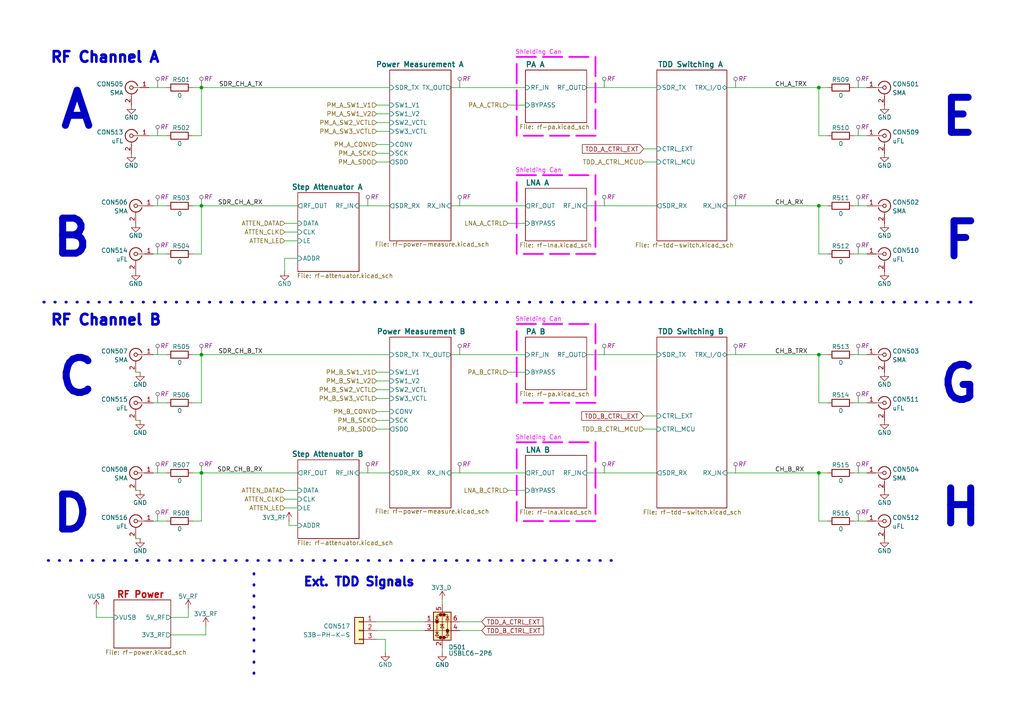
<source format=kicad_sch>
(kicad_sch (version 20250114) (generator "eeschema") (generator_version "9.0")
  (paper "A4")
  (title_block (title "RFE") (date "2024-06-01") (rev "A1") (company "LibreCellular Project - https://librecellular.org/") (comment 1 "Drawn: OK") (comment 2 "Checked: x"))
  (lib_symbols
    (symbol "Connector:Conn_Coaxial" (pin_names (offset 1.016) (hide yes))
      (property "Reference" "J" (at 0.254 3.048 0))
      (property "Value" "Conn_Coaxial" (at 2.921 0 90))
      (symbol "Conn_Coaxial_0_1"
        (polyline (pts (xy -2.54 0) (xy -0.508 0)))
        (arc (start 1.778 0) (mid 0.222 -1.8079) (end -1.778 -0.508) (stroke (width 0.254)))
        (arc (start -1.778 0.508) (mid 0.2221 1.8084) (end 1.778 0) (stroke (width 0.254)))
        (circle (center 0 0) (radius 0.508) (stroke (width 0.2032)))
        (polyline (pts (xy 0 -2.54) (xy 0 -1.778)))
      )
      (symbol "Conn_Coaxial_1_1"
        (pin passive line (at -5.08 0 0) (length 2.54) (name "In") (number "1"))
        (pin passive line (at 0 -5.08 90) (length 2.54) (name "Ext") (number "2"))
      )
    )
    (symbol "Connector_Generic:Conn_01x03" (pin_names (offset 1.016) (hide yes))
      (property "Reference" "J" (at 0 5.08 0))
      (property "Value" "Conn_01x03" (at 0 -5.08 0))
      (symbol "Conn_01x03_1_1"
        (rectangle (start -1.27 3.81) (end 1.27 -3.81) (stroke (width 0.254)) (fill (type background)))
        (rectangle (start -1.27 2.667) (end 0 2.413) (stroke (width 0.1524)))
        (rectangle (start -1.27 0.127) (end 0 -0.127) (stroke (width 0.1524)))
        (rectangle (start -1.27 -2.413) (end 0 -2.667) (stroke (width 0.1524)))
        (pin passive line (at -5.08 2.54 0) (length 3.81) (name "Pin_1") (number "1"))
        (pin passive line (at -5.08 0 0) (length 3.81) (name "Pin_2") (number "2"))
        (pin passive line (at -5.08 -2.54 0) (length 3.81) (name "Pin_3") (number "3"))
      )
    )
    (symbol "Device:R" (pin_numbers (hide yes)) (pin_names (offset 0))
      (property "Reference" "R" (at 2.032 0 90))
      (property "Value" "R" (at 0 0 90))
      (symbol "R_0_1"
        (rectangle (start -1.016 -2.54) (end 1.016 2.54) (stroke (width 0.254)))
      )
      (symbol "R_1_1"
        (pin passive line (at 0 3.81 270) (length 1.27) (name "~") (number "1"))
        (pin passive line (at 0 -3.81 90) (length 1.27) (name "~") (number "2"))
      )
    )
    (symbol "Power_Protection:USBLC6-2P6" (pin_names (hide yes))
      (property "Reference" "U" (at 0.635 5.715 0))
      (property "Value" "USBLC6-2P6" (at 0.635 3.81 0))
      (symbol "USBLC6-2P6_0_0"
        (circle (center -1.524 0) (radius 0.0001) (stroke (width 0.508)))
        (circle (center -0.508 2.032) (radius 0.0001) (stroke (width 0.508)))
        (circle (center -0.508 -4.572) (radius 0.0001) (stroke (width 0.508)))
        (circle (center 0.508 2.032) (radius 0.0001) (stroke (width 0.508)))
        (circle (center 0.508 -4.572) (radius 0.0001) (stroke (width 0.508)))
        (circle (center 1.524 -2.54) (radius 0.0001) (stroke (width 0.508)))
      )
      (symbol "USBLC6-2P6_0_1"
        (polyline (pts (xy -2.54 0) (xy 2.54 0)))
        (polyline (pts (xy -2.54 -2.54) (xy 2.54 -2.54)))
        (polyline (pts (xy -2.032 0.508) (xy -1.016 0.508) (xy -1.524 1.524) (xy -2.032 0.508)))
        (polyline (pts (xy -2.032 -3.048) (xy -1.016 -3.048)))
        (polyline (pts (xy -1.016 1.524) (xy -2.032 1.524)))
        (polyline (pts (xy -1.016 -4.064) (xy -2.032 -4.064) (xy -1.524 -3.048) (xy -1.016 -4.064)))
        (polyline (pts (xy -0.508 -1.143) (xy -0.508 -0.762) (xy 0.508 -0.762)))
        (polyline (pts (xy 0 2.54) (xy -0.508 2.032) (xy 0.508 2.032) (xy 0 1.524) (xy 0 -4.064) (xy -0.508 -4.572) (xy 0.508 -4.572) (xy 0 -5.08)))
        (polyline (pts (xy 0.508 -1.778) (xy -0.508 -1.778) (xy 0 -0.762) (xy 0.508 -1.778)))
        (polyline (pts (xy 1.016 1.524) (xy 2.032 1.524)))
        (polyline (pts (xy 1.016 -3.048) (xy 2.032 -3.048)))
        (polyline (pts (xy 2.032 0.508) (xy 1.016 0.508) (xy 1.524 1.524) (xy 2.032 0.508)))
        (polyline (pts (xy 2.032 -4.064) (xy 1.016 -4.064) (xy 1.524 -3.048) (xy 2.032 -4.064)))
      )
      (symbol "USBLC6-2P6_1_1"
        (rectangle (start -2.54 2.794) (end 2.54 -5.334) (stroke (width 0.254)) (fill (type background)))
        (polyline (pts (xy -0.508 2.032) (xy -1.524 2.032) (xy -1.524 -4.572) (xy -0.508 -4.572)))
        (polyline (pts (xy 0.508 -4.572) (xy 1.524 -4.572) (xy 1.524 2.032) (xy 0.508 2.032)))
        (pin passive line (at -5.08 0 0) (length 2.54) (name "I/O1") (number "1"))
        (pin passive line (at -5.08 -2.54 0) (length 2.54) (name "I/O2") (number "3"))
        (pin passive line (at 0 5.08 270) (length 2.54) (name "VBUS") (number "5"))
        (pin passive line (at 0 -7.62 90) (length 2.54) (name "GND") (number "2"))
        (pin passive line (at 5.08 0 180) (length 2.54) (name "I/O1") (number "6"))
        (pin passive line (at 5.08 -2.54 180) (length 2.54) (name "I/O2") (number "4"))
      )
    )
    (symbol "power:+3.3VA" (power) (pin_numbers (hide yes)) (pin_names (offset 0) (hide yes))
      (property "Value" "+3.3VA" (at 0 3.556 0))
      (symbol "+3.3VA_0_1"
        (polyline (pts (xy -0.762 1.27) (xy 0 2.54)))
        (polyline (pts (xy 0 2.54) (xy 0.762 1.27)))
        (polyline (pts (xy 0 0) (xy 0 2.54)))
      )
      (symbol "+3.3VA_1_1"
        (pin power_in line (at 0 0 90) (length 0) (name "~") (number "1"))
      )
    )
    (symbol "power:+3V3" (power) (pin_numbers (hide yes)) (pin_names (offset 0) (hide yes))
      (property "Value" "+3V3" (at 0 3.556 0))
      (symbol "+3V3_0_1"
        (polyline (pts (xy -0.762 1.27) (xy 0 2.54)))
        (polyline (pts (xy 0 2.54) (xy 0.762 1.27)))
        (polyline (pts (xy 0 0) (xy 0 2.54)))
      )
      (symbol "+3V3_1_1"
        (pin power_in line (at 0 0 90) (length 0) (name "~") (number "1"))
      )
    )
    (symbol "power:GND" (power) (pin_numbers (hide yes)) (pin_names (offset 0) (hide yes))
      (property "Value" "GND" (at 0 -3.81 0))
      (symbol "GND_0_1"
        (polyline (pts (xy 0 0) (xy 0 -1.27) (xy 1.27 -1.27) (xy 0 -2.54) (xy -1.27 -1.27) (xy 0 -1.27)))
      )
      (symbol "GND_1_1"
        (pin power_in line (at 0 0 270) (length 0) (name "~") (number "1"))
      )
    )
    (symbol "power:VBUS" (power) (pin_numbers (hide yes)) (pin_names (offset 0) (hide yes))
      (property "Value" "VBUS" (at 0 3.556 0))
      (symbol "VBUS_0_1"
        (polyline (pts (xy -0.762 1.27) (xy 0 2.54)))
        (polyline (pts (xy 0 2.54) (xy 0.762 1.27)))
        (polyline (pts (xy 0 0) (xy 0 2.54)))
      )
      (symbol "VBUS_1_1"
        (pin power_in line (at 0 0 90) (length 0) (name "~") (number "1"))
      )
    )
  )
  (rectangle (start 149.86 16.51) (end 172.72 39.37) (stroke (width 0.508) (type dash) (color 255 0 255 0.53)))
  (rectangle (start 149.86 50.8) (end 172.72 73.66) (stroke (width 0.508) (type dash) (color 255 0 255 0.53)))
  (rectangle (start 149.86 93.98) (end 172.72 116.84) (stroke (width 0.508) (type dash) (color 255 0 255 0.53)))
  (rectangle (start 149.86 128.27) (end 172.72 151.13) (stroke (width 0.508) (type dash) (color 255 0 255 0.53)))
  (text "H" (at 278.638 147.32 0) (effects (font (size 10.16 10.16) (thickness 2.032) (bold yes))))
  (text "Ext. TDD Signals" (at 104.14 168.91 0) (effects (font (size 2.54 2.54) (thickness 2.032) (bold yes))))
  (text "F" (at 278.638 69.85 0) (effects (font (size 10.16 10.16) (thickness 2.032) (bold yes))))
  (text "Shielding Can" (at 156.21 127 0) (effects (font (size 1.27 1.27))))
  (text "RF Channel B" (at 30.734 92.964 0) (effects (font (size 3.048 3.048) (thickness 2.032) (bold yes))))
  (text "Shielding Can" (at 156.21 15.24 0) (effects (font (size 1.27 1.27))))
  (text "B" (at 20.828 69.088 0) (effects (font (size 10.16 10.16) (thickness 2.032) (bold yes))))
  (text "Shielding Can" (at 156.21 92.71 0) (effects (font (size 1.27 1.27))))
  (text "RF Channel A" (at 30.48 16.764 0) (effects (font (size 3.048 3.048) (thickness 2.032) (bold yes))))
  (text "G" (at 278.13 111.506 0) (effects (font (size 10.16 10.16) (thickness 2.032) (bold yes))))
  (text "D" (at 20.828 149.098 0) (effects (font (size 10.16 10.16) (thickness 2.032) (bold yes))))
  (text "A" (at 22.352 32.004 0) (effects (font (size 10.16 10.16) (thickness 2.032) (bold yes))))
  (text "C" (at 22.352 109.474 0) (effects (font (size 10.16 10.16) (thickness 2.032) (bold yes))))
  (text "E" (at 278.13 34.036 0) (effects (font (size 10.16 10.16) (thickness 2.032) (bold yes))))
  (text "Shielding Can" (at 156.21 49.53 0) (effects (font (size 1.27 1.27))))
  (junction (at 237.49 137.16))
  (junction (at 58.42 137.16))
  (junction (at 58.42 59.69))
  (junction (at 237.49 25.4))
  (junction (at 237.49 102.87))
  (junction (at 58.42 25.4))
  (junction (at 237.49 59.69))
  (junction (at 58.42 102.87))
  (wire (pts (xy 130.81 25.4) (xy 152.4 25.4)))
  (polyline (pts (xy 13.97 162.56) (xy 177.8 162.56)) (stroke (width 0.762) (type dot)))
  (wire (pts (xy 86.36 74.93) (xy 82.55 74.93)))
  (wire (pts (xy 247.65 59.69) (xy 251.46 59.69)))
  (wire (pts (xy 58.42 137.16) (xy 86.36 137.16)))
  (wire (pts (xy 44.45 59.69) (xy 48.26 59.69)))
  (wire (pts (xy 109.22 30.48) (xy 113.03 30.48)))
  (wire (pts (xy 39.37 121.92) (xy 40.64 121.92)))
  (wire (pts (xy 58.42 59.69) (xy 86.36 59.69)))
  (wire (pts (xy 44.45 137.16) (xy 48.26 137.16)))
  (wire (pts (xy 55.88 73.66) (xy 58.42 73.66)))
  (wire (pts (xy 109.22 33.02) (xy 113.03 33.02)))
  (wire (pts (xy 44.45 151.13) (xy 48.26 151.13)))
  (wire (pts (xy 55.88 116.84) (xy 58.42 116.84)))
  (wire (pts (xy 109.22 38.1) (xy 113.03 38.1)))
  (wire (pts (xy 240.03 116.84) (xy 237.49 116.84)))
  (wire (pts (xy 210.82 25.4) (xy 237.49 25.4)))
  (wire (pts (xy 170.18 25.4) (xy 190.5 25.4)))
  (wire (pts (xy 170.18 137.16) (xy 190.5 137.16)))
  (wire (pts (xy 237.49 73.66) (xy 237.49 59.69)))
  (wire (pts (xy 58.42 25.4) (xy 113.03 25.4)))
  (wire (pts (xy 240.03 39.37) (xy 237.49 39.37)))
  (wire (pts (xy 44.45 102.87) (xy 48.26 102.87)))
  (wire (pts (xy 109.22 124.46) (xy 113.03 124.46)))
  (wire (pts (xy 54.61 179.07) (xy 54.61 176.53)))
  (wire (pts (xy 109.22 107.95) (xy 113.03 107.95)))
  (wire (pts (xy 55.88 25.4) (xy 58.42 25.4)))
  (wire (pts (xy 82.55 64.77) (xy 86.36 64.77)))
  (wire (pts (xy 109.22 180.34) (xy 123.19 180.34)))
  (wire (pts (xy 186.69 46.99) (xy 190.5 46.99)))
  (wire (pts (xy 147.32 30.48) (xy 152.4 30.48)))
  (wire (pts (xy 237.49 151.13) (xy 237.49 137.16)))
  (polyline (pts (xy 12.7 87.63) (xy 284.48 87.63)) (stroke (width 0.762) (type dot)))
  (wire (pts (xy 240.03 102.87) (xy 237.49 102.87)))
  (wire (pts (xy 240.03 151.13) (xy 237.49 151.13)))
  (wire (pts (xy 109.22 119.38) (xy 113.03 119.38)))
  (wire (pts (xy 240.03 59.69) (xy 237.49 59.69)))
  (wire (pts (xy 55.88 137.16) (xy 58.42 137.16)))
  (wire (pts (xy 109.22 115.57) (xy 113.03 115.57)))
  (wire (pts (xy 186.69 124.46) (xy 190.5 124.46)))
  (wire (pts (xy 128.27 173.99) (xy 128.27 175.26)))
  (wire (pts (xy 186.69 43.18) (xy 190.5 43.18)))
  (wire (pts (xy 44.45 73.66) (xy 48.26 73.66)))
  (wire (pts (xy 133.35 182.88) (xy 139.7 182.88)))
  (wire (pts (xy 58.42 116.84) (xy 58.42 102.87)))
  (wire (pts (xy 44.45 116.84) (xy 48.26 116.84)))
  (wire (pts (xy 109.22 35.56) (xy 113.03 35.56)))
  (wire (pts (xy 39.37 142.24) (xy 40.64 142.24)))
  (wire (pts (xy 104.14 59.69) (xy 113.03 59.69)))
  (wire (pts (xy 109.22 110.49) (xy 113.03 110.49)))
  (wire (pts (xy 39.37 107.95) (xy 40.64 107.95)))
  (wire (pts (xy 43.18 25.4) (xy 48.26 25.4)))
  (wire (pts (xy 39.37 156.21) (xy 40.64 156.21)))
  (wire (pts (xy 109.22 113.03) (xy 113.03 113.03)))
  (wire (pts (xy 170.18 102.87) (xy 190.5 102.87)))
  (wire (pts (xy 82.55 74.93) (xy 82.55 78.74)))
  (wire (pts (xy 58.42 102.87) (xy 113.03 102.87)))
  (wire (pts (xy 237.49 39.37) (xy 237.49 25.4)))
  (wire (pts (xy 82.55 67.31) (xy 86.36 67.31)))
  (wire (pts (xy 133.35 180.34) (xy 139.7 180.34)))
  (wire (pts (xy 210.82 137.16) (xy 237.49 137.16)))
  (wire (pts (xy 49.53 179.07) (xy 54.61 179.07)))
  (wire (pts (xy 55.88 59.69) (xy 58.42 59.69)))
  (wire (pts (xy 186.69 120.65) (xy 190.5 120.65)))
  (polyline (pts (xy 73.66 166.37) (xy 73.66 196.85)) (stroke (width 0.762) (type dot)))
  (wire (pts (xy 59.69 184.15) (xy 49.53 184.15)))
  (wire (pts (xy 104.14 137.16) (xy 113.03 137.16)))
  (wire (pts (xy 82.55 147.32) (xy 86.36 147.32)))
  (wire (pts (xy 86.36 152.4) (xy 83.82 152.4)))
  (wire (pts (xy 210.82 59.69) (xy 237.49 59.69)))
  (wire (pts (xy 109.22 182.88) (xy 123.19 182.88)))
  (wire (pts (xy 247.65 137.16) (xy 251.46 137.16)))
  (wire (pts (xy 130.81 59.69) (xy 152.4 59.69)))
  (wire (pts (xy 55.88 151.13) (xy 58.42 151.13)))
  (wire (pts (xy 58.42 73.66) (xy 58.42 59.69)))
  (wire (pts (xy 82.55 69.85) (xy 86.36 69.85)))
  (wire (pts (xy 128.27 189.23) (xy 128.27 187.96)))
  (wire (pts (xy 27.94 179.07) (xy 33.02 179.07)))
  (wire (pts (xy 109.22 185.42) (xy 111.76 185.42)))
  (wire (pts (xy 109.22 121.92) (xy 113.03 121.92)))
  (wire (pts (xy 27.94 176.53) (xy 27.94 179.07)))
  (wire (pts (xy 247.65 102.87) (xy 251.46 102.87)))
  (wire (pts (xy 109.22 44.45) (xy 113.03 44.45)))
  (wire (pts (xy 82.55 144.78) (xy 86.36 144.78)))
  (wire (pts (xy 109.22 46.99) (xy 113.03 46.99)))
  (wire (pts (xy 82.55 142.24) (xy 86.36 142.24)))
  (wire (pts (xy 83.82 151.13) (xy 83.82 152.4)))
  (wire (pts (xy 58.42 151.13) (xy 58.42 137.16)))
  (wire (pts (xy 55.88 39.37) (xy 58.42 39.37)))
  (wire (pts (xy 130.81 137.16) (xy 152.4 137.16)))
  (wire (pts (xy 43.18 39.37) (xy 48.26 39.37)))
  (wire (pts (xy 147.32 142.24) (xy 152.4 142.24)))
  (wire (pts (xy 237.49 116.84) (xy 237.49 102.87)))
  (wire (pts (xy 58.42 39.37) (xy 58.42 25.4)))
  (wire (pts (xy 55.88 102.87) (xy 58.42 102.87)))
  (wire (pts (xy 59.69 181.61) (xy 59.69 184.15)))
  (wire (pts (xy 170.18 59.69) (xy 190.5 59.69)))
  (wire (pts (xy 240.03 25.4) (xy 237.49 25.4)))
  (wire (pts (xy 247.65 151.13) (xy 251.46 151.13)))
  (wire (pts (xy 109.22 41.91) (xy 113.03 41.91)))
  (wire (pts (xy 247.65 73.66) (xy 251.46 73.66)))
  (wire (pts (xy 147.32 107.95) (xy 152.4 107.95)))
  (wire (pts (xy 147.32 64.77) (xy 152.4 64.77)))
  (wire (pts (xy 210.82 102.87) (xy 237.49 102.87)))
  (wire (pts (xy 240.03 137.16) (xy 237.49 137.16)))
  (wire (pts (xy 240.03 73.66) (xy 237.49 73.66)))
  (wire (pts (xy 247.65 25.4) (xy 251.46 25.4)))
  (wire (pts (xy 111.76 185.42) (xy 111.76 189.23)))
  (wire (pts (xy 130.81 102.87) (xy 152.4 102.87)))
  (wire (pts (xy 247.65 116.84) (xy 251.46 116.84)))
  (wire (pts (xy 247.65 39.37) (xy 251.46 39.37)))
  (label "SDR_CH_B_RX" (at 76.2 137.16 180))
  (label "CH_B_TRX" (at 224.79 102.87 0))
  (label "SDR_CH_A_RX" (at 76.2 59.69 180))
  (label "SDR_CH_A_TX" (at 76.2 25.4 180))
  (label "CH_A_RX" (at 224.79 59.69 0))
  (label "SDR_CH_B_TX" (at 76.2 102.87 180))
  (label "CH_A_TRX" (at 224.79 25.4 0))
  (label "CH_B_RX" (at 224.79 137.16 0))
  (global_label "TDD_A_CTRL_EXT" (shape input) (at 186.69 43.18 180) (property "Intersheetrefs" "${INTERSHEET_REFS}" (effects (hide yes))))
  (global_label "TDD_B_CTRL_EXT" (shape input) (at 139.7 182.88 0) (property "Intersheetrefs" "${INTERSHEET_REFS}" (effects (hide yes))))
  (global_label "TDD_B_CTRL_EXT" (shape input) (at 186.69 120.65 180) (property "Intersheetrefs" "${INTERSHEET_REFS}" (effects (hide yes))))
  (global_label "TDD_A_CTRL_EXT" (shape input) (at 139.7 180.34 0) (property "Intersheetrefs" "${INTERSHEET_REFS}" (effects (hide yes))))
  (hierarchical_label "PM_B_SW1_V2" (shape input) (at 109.22 110.49 180))
  (hierarchical_label "PM_B_SW1_V1" (shape input) (at 109.22 107.95 180))
  (hierarchical_label "ATTEN_LE" (shape input) (at 82.55 69.85 180))
  (hierarchical_label "PM_B_SDO" (shape input) (at 109.22 124.46 180))
  (hierarchical_label "ATTEN_DATA" (shape input) (at 82.55 64.77 180))
  (hierarchical_label "PM_A_CONV" (shape input) (at 109.22 41.91 180))
  (hierarchical_label "PM_A_SW2_VCTL" (shape input) (at 109.22 35.56 180))
  (hierarchical_label "PA_A_CTRL" (shape input) (at 147.32 30.48 180))
  (hierarchical_label "LNA_B_CTRL" (shape input) (at 147.32 142.24 180))
  (hierarchical_label "TDD_B_CTRL_MCU" (shape input) (at 186.69 124.46 180))
  (hierarchical_label "PM_A_SW1_V1" (shape input) (at 109.22 30.48 180))
  (hierarchical_label "PM_B_SW2_VCTL" (shape input) (at 109.22 113.03 180))
  (hierarchical_label "ATTEN_CLK" (shape input) (at 82.55 144.78 180))
  (hierarchical_label "PA_B_CTRL" (shape input) (at 147.32 107.95 180))
  (hierarchical_label "PM_B_CONV" (shape input) (at 109.22 119.38 180))
  (hierarchical_label "TDD_A_CTRL_MCU" (shape input) (at 186.69 46.99 180))
  (hierarchical_label "ATTEN_LE" (shape input) (at 82.55 147.32 180))
  (hierarchical_label "ATTEN_DATA" (shape input) (at 82.55 142.24 180))
  (hierarchical_label "PM_B_SW3_VCTL" (shape input) (at 109.22 115.57 180))
  (hierarchical_label "PM_A_SDO" (shape input) (at 109.22 46.99 180))
  (hierarchical_label "PM_A_SW3_VCTL" (shape input) (at 109.22 38.1 180))
  (hierarchical_label "ATTEN_CLK" (shape input) (at 82.55 67.31 180))
  (hierarchical_label "PM_A_SW1_V2" (shape input) (at 109.22 33.02 180))
  (hierarchical_label "LNA_A_CTRL" (shape input) (at 147.32 64.77 180))
  (hierarchical_label "PM_B_SCK" (shape input) (at 109.22 121.92 180))
  (hierarchical_label "PM_A_SCK" (shape input) (at 109.22 44.45 180))
  (netclass_flag "" (length 2.54) (shape round) (at 175.26 25.4 0) (property "Netclass" "RF" (at 175.9585 22.86 0) (effects (font (italic yes)) (justify left))))
  (netclass_flag "" (length 2.54) (shape round) (at 248.92 151.13 0) (property "Netclass" "RF" (at 249.6185 148.59 0) (effects (font (italic yes)) (justify left))))
  (netclass_flag "" (length 2.54) (shape round) (at 106.68 59.69 0) (property "Netclass" "RF" (at 107.3785 57.15 0) (effects (font (italic yes)) (justify left))))
  (netclass_flag "" (length 2.54) (shape round) (at 248.92 116.84 0) (property "Netclass" "RF" (at 249.6185 114.3 0) (effects (font (italic yes)) (justify left))))
  (netclass_flag "" (length 2.54) (shape round) (at 248.92 59.69 0) (property "Netclass" "RF" (at 249.6185 57.15 0) (effects (font (italic yes)) (justify left))))
  (netclass_flag "" (length 2.54) (shape round) (at 45.72 116.84 0) (property "Netclass" "RF" (at 46.4185 114.3 0) (effects (font (italic yes)) (justify left))))
  (netclass_flag "" (length 2.54) (shape round) (at 248.92 137.16 0) (property "Netclass" "RF" (at 249.6185 134.62 0) (effects (font (italic yes)) (justify left))))
  (netclass_flag "" (length 2.54) (shape round) (at 248.92 39.37 0) (property "Netclass" "RF" (at 249.6185 36.83 0) (effects (font (italic yes)) (justify left))))
  (netclass_flag "" (length 2.54) (shape round) (at 133.35 137.16 0) (property "Netclass" "RF" (at 134.0485 134.62 0) (effects (font (italic yes)) (justify left))))
  (netclass_flag "" (length 2.54) (shape round) (at 213.36 137.16 0) (property "Netclass" "RF" (at 214.0585 134.62 0) (effects (font (italic yes)) (justify left))))
  (netclass_flag "" (length 2.54) (shape round) (at 248.92 25.4 0) (property "Netclass" "RF" (at 249.6185 22.86 0) (effects (font (italic yes)) (justify left))))
  (netclass_flag "" (length 2.54) (shape round) (at 45.72 59.69 0) (property "Netclass" "RF" (at 46.4185 57.15 0) (effects (font (italic yes)) (justify left))))
  (netclass_flag "" (length 2.54) (shape round) (at 175.26 102.87 0) (property "Netclass" "RF" (at 175.9585 100.33 0) (effects (font (italic yes)) (justify left))))
  (netclass_flag "" (length 2.54) (shape round) (at 213.36 59.69 0) (property "Netclass" "RF" (at 214.0585 57.15 0) (effects (font (italic yes)) (justify left))))
  (netclass_flag "" (length 2.54) (shape round) (at 45.72 151.13 0) (property "Netclass" "RF" (at 46.4185 148.59 0) (effects (font (italic yes)) (justify left))))
  (netclass_flag "" (length 2.54) (shape round) (at 133.35 59.69 0) (property "Netclass" "RF" (at 134.0485 57.15 0) (effects (font (italic yes)) (justify left))))
  (netclass_flag "" (length 2.54) (shape round) (at 58.42 25.4 0) (property "Netclass" "RF" (at 59.1185 22.86 0) (effects (font (italic yes)) (justify left))))
  (netclass_flag "" (length 2.54) (shape round) (at 213.36 102.87 0) (property "Netclass" "RF" (at 214.0585 100.33 0) (effects (font (italic yes)) (justify left))))
  (netclass_flag "" (length 2.54) (shape round) (at 45.72 102.87 0) (property "Netclass" "RF" (at 46.4185 100.33 0) (effects (font (italic yes)) (justify left))))
  (netclass_flag "" (length 2.54) (shape round) (at 45.72 137.16 0) (property "Netclass" "RF" (at 46.4185 134.62 0) (effects (font (italic yes)) (justify left))))
  (netclass_flag "" (length 2.54) (shape round) (at 248.92 73.66 0) (property "Netclass" "RF" (at 249.6185 71.12 0) (effects (font (italic yes)) (justify left))))
  (netclass_flag "" (length 2.54) (shape round) (at 213.36 25.4 0) (property "Netclass" "RF" (at 214.0585 22.86 0) (effects (font (italic yes)) (justify left))))
  (netclass_flag "" (length 2.54) (shape round) (at 45.72 39.37 0) (property "Netclass" "RF" (at 46.4185 36.83 0) (effects (font (italic yes)) (justify left))))
  (netclass_flag "" (length 2.54) (shape round) (at 175.26 59.69 0) (property "Netclass" "RF" (at 175.9585 57.15 0) (effects (font (italic yes)) (justify left))))
  (netclass_flag "" (length 2.54) (shape round) (at 45.72 73.66 0) (property "Netclass" "RF" (at 46.4185 71.12 0) (effects (font (italic yes)) (justify left))))
  (netclass_flag "" (length 2.54) (shape round) (at 133.35 102.87 0) (property "Netclass" "RF" (at 134.0485 100.33 0) (effects (font (italic yes)) (justify left))))
  (netclass_flag "" (length 2.54) (shape round) (at 248.92 102.87 0) (property "Netclass" "RF" (at 249.6185 100.33 0) (effects (font (italic yes)) (justify left))))
  (netclass_flag "" (length 2.54) (shape round) (at 175.26 137.16 0) (property "Netclass" "RF" (at 175.9585 134.62 0) (effects (font (italic yes)) (justify left))))
  (netclass_flag "" (length 2.54) (shape round) (at 106.68 137.16 0) (property "Netclass" "RF" (at 107.3785 134.62 0) (effects (font (italic yes)) (justify left))))
  (netclass_flag "" (length 2.54) (shape round) (at 58.42 59.69 0) (property "Netclass" "RF" (at 59.1185 57.15 0) (effects (font (italic yes)) (justify left))))
  (netclass_flag "" (length 2.54) (shape round) (at 133.35 25.4 0) (property "Netclass" "RF" (at 134.0485 22.86 0) (effects (font (italic yes)) (justify left))))
  (netclass_flag "" (length 2.54) (shape round) (at 58.42 102.87 0) (property "Netclass" "RF" (at 59.1185 100.33 0) (effects (font (italic yes)) (justify left))))
  (netclass_flag "" (length 2.54) (shape round) (at 45.72 25.4 0) (property "Netclass" "RF" (at 46.4185 22.86 0) (effects (font (italic yes)) (justify left))))
  (netclass_flag "" (length 2.54) (shape round) (at 58.42 137.16 0) (property "Netclass" "RF" (at 59.1185 134.62 0) (effects (font (italic yes)) (justify left))))
  (symbol (lib_id "Device:R") (at 52.07 102.87 90) (mirror x) (unit 1)
    (property "Reference" "R505" (at 55.118 100.584 90) (effects (justify left)))
    (property "Value" "0" (at 52.832 105.156 90) (effects (justify left)))
    (property "Footprint" "LC_RFE:0201-SQUARE" (effects (hide yes)))
    (property "Description" "Resistor" (effects (hide yes)))
    (property "MFG" "YAGEO" (effects (hide yes)))
    (property "MPN" "RC0201FR-070RL" (effects (hide yes)))
    (property "JLCASSY" "C106227" (effects (hide yes)))
  )
  (symbol (lib_id "Connector:Conn_Coaxial") (at 39.37 102.87 0) (mirror y) (unit 1)
    (property "Reference" "CON507" (at 37.084 101.854 0) (effects (justify left)))
    (property "Value" "SMA" (at 37.084 104.394 0) (effects (justify left)))
    (property "Footprint" "LC_RFE:Samtec_SMA-J-P-H-RA-TH1_W_CLEARANCE" (effects (hide yes)))
    (property "Description" "coaxial connector (BNC, SMA, SMB, SMC, Cinch/RCA, LEMO, ...)" (effects (hide yes)))
  )
  (symbol (lib_id "power:GND") (at 40.64 107.95 0) (unit 1)
    (property "Reference" "#PWR0509" (effects (hide yes)))
    (property "Value" "GND" (at 40.64 111.506 0))
    (property "Description" "Power symbol creates a global label with name \"GND\" , ground" (effects (hide yes)))
  )
  (symbol (lib_id "Connector:Conn_Coaxial") (at 39.37 73.66 0) (mirror y) (unit 1)
    (property "Reference" "CON514" (at 37.084 72.644 0) (effects (justify left)))
    (property "Value" "uFL" (at 37.084 75.184 0) (effects (justify left)))
    (property "Footprint" "LC_RFE:Molex_734120110" (effects (hide yes)))
    (property "Description" "uFL coaxial connector" (effects (hide yes)))
    (property "MFG" "HCTL" (effects (hide yes)))
    (property "MPN" "HC-RF-IPEX0303-01" (effects (hide yes)))
    (property "JLCASSY" "C2894919" (effects (hide yes)))
  )
  (symbol (lib_id "Device:R") (at 243.84 137.16 90) (mirror x) (unit 1)
    (property "Reference" "R515" (at 246.38 134.874 90) (effects (justify left)))
    (property "Value" "0" (at 244.602 139.446 90) (effects (justify left)))
    (property "Footprint" "LC_RFE:0201-SQUARE" (effects (hide yes)))
    (property "Description" "Resistor" (effects (hide yes)))
    (property "MFG" "YAGEO" (effects (hide yes)))
    (property "MPN" "RC0201FR-070RL" (effects (hide yes)))
    (property "JLCASSY" "C106227" (effects (hide yes)))
  )
  (symbol (lib_id "Connector:Conn_Coaxial") (at 39.37 137.16 0) (mirror y) (unit 1)
    (property "Reference" "CON508" (at 37.084 136.144 0) (effects (justify left)))
    (property "Value" "SMA" (at 37.084 138.684 0) (effects (justify left)))
    (property "Footprint" "LC_RFE:Samtec_SMA-J-P-H-RA-TH1_W_CLEARANCE" (effects (hide yes)))
    (property "Description" "coaxial connector (BNC, SMA, SMB, SMC, Cinch/RCA, LEMO, ...)" (effects (hide yes)))
  )
  (symbol (lib_id "Connector:Conn_Coaxial") (at 39.37 116.84 0) (mirror y) (unit 1)
    (property "Reference" "CON515" (at 37.084 115.824 0) (effects (justify left)))
    (property "Value" "uFL" (at 37.084 118.364 0) (effects (justify left)))
    (property "Footprint" "LC_RFE:Molex_734120110" (effects (hide yes)))
    (property "Description" "uFL coaxial connector" (effects (hide yes)))
    (property "MFG" "HCTL" (effects (hide yes)))
    (property "MPN" "HC-RF-IPEX0303-01" (effects (hide yes)))
    (property "JLCASSY" "C2894919" (effects (hide yes)))
  )
  (symbol (lib_id "Device:R") (at 52.07 137.16 90) (mirror x) (unit 1)
    (property "Reference" "R507" (at 55.118 134.874 90) (effects (justify left)))
    (property "Value" "0" (at 52.832 139.446 90) (effects (justify left)))
    (property "Footprint" "LC_RFE:0201-SQUARE" (effects (hide yes)))
    (property "Description" "Resistor" (effects (hide yes)))
    (property "MFG" "YAGEO" (effects (hide yes)))
    (property "MPN" "RC0201FR-070RL" (effects (hide yes)))
    (property "JLCASSY" "C106227" (effects (hide yes)))
  )
  (symbol (lib_id "Connector:Conn_Coaxial") (at 38.1 25.4 0) (mirror y) (unit 1)
    (property "Reference" "CON505" (at 35.814 24.384 0) (effects (justify left)))
    (property "Value" "SMA" (at 35.814 26.924 0) (effects (justify left)))
    (property "Footprint" "LC_RFE:Samtec_SMA-J-P-H-RA-TH1_W_CLEARANCE" (effects (hide yes)))
    (property "Description" "coaxial connector (BNC, SMA, SMB, SMC, Cinch/RCA, LEMO, ...)" (effects (hide yes)))
  )
  (symbol (lib_id "power:GND") (at 111.76 189.23 0) (mirror y) (unit 1)
    (property "Reference" "#PWR0521" (effects (hide yes)))
    (property "Value" "GND" (at 111.76 192.786 0))
    (property "Description" "Power symbol creates a global label with name \"GND\" , ground" (effects (hide yes)))
  )
  (symbol (lib_id "power:GND") (at 40.64 121.92 0) (unit 1)
    (property "Reference" "#PWR0511" (effects (hide yes)))
    (property "Value" "GND" (at 40.64 125.476 0))
    (property "Description" "Power symbol creates a global label with name \"GND\" , ground" (effects (hide yes)))
  )
  (symbol (lib_id "Connector:Conn_Coaxial") (at 256.54 116.84 0) (unit 1)
    (property "Reference" "CON511" (at 258.826 115.824 0) (effects (justify left)))
    (property "Value" "uFL" (at 258.826 118.364 0) (effects (justify left)))
    (property "Footprint" "LC_RFE:Molex_734120110" (effects (hide yes)))
    (property "Description" "uFL coaxial connector" (effects (hide yes)))
    (property "MFG" "HCTL" (effects (hide yes)))
    (property "MPN" "HC-RF-IPEX0303-01" (effects (hide yes)))
    (property "JLCASSY" "C2894919" (effects (hide yes)))
  )
  (symbol (lib_id "Device:R") (at 52.07 73.66 90) (mirror x) (unit 1)
    (property "Reference" "R504" (at 55.118 71.374 90) (effects (justify left)))
    (property "Value" "0" (at 52.832 75.946 90) (effects (justify left)))
    (property "Footprint" "LC_RFE:0201-SQUARE" (effects (hide yes)))
    (property "Description" "Resistor" (effects (hide yes)))
    (property "MFG" "YAGEO" (effects (hide yes)))
    (property "MPN" "RC0201FR-070RL" (effects (hide yes)))
    (property "JLCASSY" "C106227" (effects (hide yes)))
  )
  (symbol (lib_id "power:GND") (at 256.54 107.95 0) (mirror y) (unit 1)
    (property "Reference" "#PWR0510" (effects (hide yes)))
    (property "Value" "GND" (at 256.54 111.506 0))
    (property "Description" "Power symbol creates a global label with name \"GND\" , ground" (effects (hide yes)))
  )
  (symbol (lib_id "power:GND") (at 256.54 78.74 0) (mirror y) (unit 1)
    (property "Reference" "#PWR0508" (effects (hide yes)))
    (property "Value" "GND" (at 256.54 82.296 0))
    (property "Description" "Power symbol creates a global label with name \"GND\" , ground" (effects (hide yes)))
  )
  (symbol (lib_id "Connector:Conn_Coaxial") (at 256.54 151.13 0) (unit 1)
    (property "Reference" "CON512" (at 258.826 150.114 0) (effects (justify left)))
    (property "Value" "uFL" (at 258.826 152.654 0) (effects (justify left)))
    (property "Footprint" "LC_RFE:Molex_734120110" (effects (hide yes)))
    (property "Description" "uFL coaxial connector" (effects (hide yes)))
    (property "MFG" "HCTL" (effects (hide yes)))
    (property "MPN" "HC-RF-IPEX0303-01" (effects (hide yes)))
    (property "JLCASSY" "C2894919" (effects (hide yes)))
  )
  (symbol (lib_id "power:GND") (at 256.54 121.92 0) (mirror y) (unit 1)
    (property "Reference" "#PWR0512" (effects (hide yes)))
    (property "Value" "GND" (at 256.54 125.476 0))
    (property "Description" "Power symbol creates a global label with name \"GND\" , ground" (effects (hide yes)))
  )
  (symbol (lib_id "Device:R") (at 243.84 25.4 90) (mirror x) (unit 1)
    (property "Reference" "R509" (at 246.38 23.114 90) (effects (justify left)))
    (property "Value" "0" (at 244.602 27.686 90) (effects (justify left)))
    (property "Footprint" "LC_RFE:0201-SQUARE" (effects (hide yes)))
    (property "Description" "Resistor" (effects (hide yes)))
    (property "MFG" "YAGEO" (effects (hide yes)))
    (property "MPN" "RC0201FR-070RL" (effects (hide yes)))
    (property "JLCASSY" "C106227" (effects (hide yes)))
  )
  (symbol (lib_id "Connector:Conn_Coaxial") (at 256.54 39.37 0) (unit 1)
    (property "Reference" "CON509" (at 258.826 38.354 0) (effects (justify left)))
    (property "Value" "uFL" (at 258.826 40.894 0) (effects (justify left)))
    (property "Footprint" "LC_RFE:Molex_734120110" (effects (hide yes)))
    (property "Description" "uFL coaxial connector" (effects (hide yes)))
    (property "MFG" "HCTL" (effects (hide yes)))
    (property "MPN" "HC-RF-IPEX0303-01" (effects (hide yes)))
    (property "JLCASSY" "C2894919" (effects (hide yes)))
  )
  (symbol (lib_id "Connector:Conn_Coaxial") (at 256.54 102.87 0) (unit 1)
    (property "Reference" "CON503" (at 258.826 101.854 0) (effects (justify left)))
    (property "Value" "SMA" (at 258.826 104.394 0) (effects (justify left)))
    (property "Footprint" "LC_RFE:Samtec_SMA-J-P-H-RA-TH1_W_CLEARANCE" (effects (hide yes)))
    (property "Description" "coaxial connector (BNC, SMA, SMB, SMC, Cinch/RCA, LEMO, ...)" (effects (hide yes)))
  )
  (symbol (lib_id "power:GND") (at 256.54 142.24 0) (mirror y) (unit 1)
    (property "Reference" "#PWR0514" (effects (hide yes)))
    (property "Value" "GND" (at 256.54 145.796 0))
    (property "Description" "Power symbol creates a global label with name \"GND\" , ground" (effects (hide yes)))
  )
  (symbol (lib_id "power:GND") (at 40.64 156.21 0) (unit 1)
    (property "Reference" "#PWR0515" (effects (hide yes)))
    (property "Value" "GND" (at 40.64 159.766 0))
    (property "Description" "Power symbol creates a global label with name \"GND\" , ground" (effects (hide yes)))
  )
  (symbol (lib_id "Device:R") (at 52.07 116.84 90) (mirror x) (unit 1)
    (property "Reference" "R506" (at 55.118 114.554 90) (effects (justify left)))
    (property "Value" "0" (at 52.832 119.126 90) (effects (justify left)))
    (property "Footprint" "LC_RFE:0201-SQUARE" (effects (hide yes)))
    (property "Description" "Resistor" (effects (hide yes)))
    (property "MFG" "YAGEO" (effects (hide yes)))
    (property "MPN" "RC0201FR-070RL" (effects (hide yes)))
    (property "JLCASSY" "C106227" (effects (hide yes)))
  )
  (symbol (lib_id "Connector:Conn_Coaxial") (at 39.37 151.13 0) (mirror y) (unit 1)
    (property "Reference" "CON516" (at 37.084 150.114 0) (effects (justify left)))
    (property "Value" "uFL" (at 37.084 152.654 0) (effects (justify left)))
    (property "Footprint" "LC_RFE:Molex_734120110" (effects (hide yes)))
    (property "Description" "uFL coaxial connector" (effects (hide yes)))
    (property "MFG" "HCTL" (effects (hide yes)))
    (property "MPN" "HC-RF-IPEX0303-01" (effects (hide yes)))
    (property "JLCASSY" "C2894919" (effects (hide yes)))
  )
  (symbol (lib_id "power:+3.3VA") (at 59.69 181.61 0) (unit 1)
    (property "Reference" "#PWR0520" (effects (hide yes)))
    (property "Value" "3V3_RF" (at 59.69 178.054 0))
    (property "Description" "Power symbol creates a global label with name \"+3.3VA\"" (effects (hide yes)))
  )
  (symbol (lib_id "Device:R") (at 52.07 39.37 90) (mirror x) (unit 1)
    (property "Reference" "R502" (at 55.118 37.084 90) (effects (justify left)))
    (property "Value" "0" (at 52.832 41.656 90) (effects (justify left)))
    (property "Footprint" "LC_RFE:0201-SQUARE" (effects (hide yes)))
    (property "Description" "Resistor" (effects (hide yes)))
    (property "MFG" "YAGEO" (effects (hide yes)))
    (property "MPN" "RC0201FR-070RL" (effects (hide yes)))
    (property "JLCASSY" "C106227" (effects (hide yes)))
  )
  (symbol (lib_id "Connector:Conn_Coaxial") (at 256.54 73.66 0) (unit 1)
    (property "Reference" "CON510" (at 258.826 72.644 0) (effects (justify left)))
    (property "Value" "uFL" (at 258.826 75.184 0) (effects (justify left)))
    (property "Footprint" "LC_RFE:Molex_734120110" (effects (hide yes)))
    (property "Description" "uFL coaxial connector" (effects (hide yes)))
    (property "MFG" "HCTL" (effects (hide yes)))
    (property "MPN" "HC-RF-IPEX0303-01" (effects (hide yes)))
    (property "JLCASSY" "C2894919" (effects (hide yes)))
  )
  (symbol (lib_id "Device:R") (at 52.07 151.13 90) (mirror x) (unit 1)
    (property "Reference" "R508" (at 55.118 148.844 90) (effects (justify left)))
    (property "Value" "0" (at 52.832 153.416 90) (effects (justify left)))
    (property "Footprint" "LC_RFE:0201-SQUARE" (effects (hide yes)))
    (property "Description" "Resistor" (effects (hide yes)))
    (property "MFG" "YAGEO" (effects (hide yes)))
    (property "MPN" "RC0201FR-070RL" (effects (hide yes)))
    (property "JLCASSY" "C106227" (effects (hide yes)))
  )
  (symbol (lib_id "power:+3V3") (at 128.27 173.99 0) (unit 1)
    (property "Reference" "#PWR0524" (effects (hide yes)))
    (property "Value" "3V3_D" (at 128.016 170.434 0))
    (property "Description" "Power symbol creates a global label with name \"+3V3\"" (effects (hide yes)))
  )
  (symbol (lib_id "power:GND") (at 38.1 30.48 0) (unit 1)
    (property "Reference" "#PWR0501" (effects (hide yes)))
    (property "Value" "GND" (at 38.1 34.036 0))
    (property "Description" "Power symbol creates a global label with name \"GND\" , ground" (effects (hide yes)))
  )
  (symbol (lib_id "Connector:Conn_Coaxial") (at 256.54 59.69 0) (unit 1)
    (property "Reference" "CON502" (at 258.826 58.674 0) (effects (justify left)))
    (property "Value" "SMA" (at 258.826 61.214 0) (effects (justify left)))
    (property "Footprint" "LC_RFE:Samtec_SMA-J-P-H-RA-TH1_W_CLEARANCE" (effects (hide yes)))
    (property "Description" "coaxial connector (BNC, SMA, SMB, SMC, Cinch/RCA, LEMO, ...)" (effects (hide yes)))
  )
  (symbol (lib_id "Device:R") (at 243.84 102.87 90) (mirror x) (unit 1)
    (property "Reference" "R513" (at 246.38 100.584 90) (effects (justify left)))
    (property "Value" "0" (at 244.602 105.156 90) (effects (justify left)))
    (property "Footprint" "LC_RFE:0201-SQUARE" (effects (hide yes)))
    (property "Description" "Resistor" (effects (hide yes)))
    (property "MFG" "YAGEO" (effects (hide yes)))
    (property "MPN" "RC0201FR-070RL" (effects (hide yes)))
    (property "JLCASSY" "C106227" (effects (hide yes)))
  )
  (symbol (lib_id "power:GND") (at 256.54 156.21 0) (mirror y) (unit 1)
    (property "Reference" "#PWR0516" (effects (hide yes)))
    (property "Value" "GND" (at 256.54 159.766 0))
    (property "Description" "Power symbol creates a global label with name \"GND\" , ground" (effects (hide yes)))
  )
  (symbol (lib_id "Connector:Conn_Coaxial") (at 256.54 137.16 0) (unit 1)
    (property "Reference" "CON504" (at 258.826 136.144 0) (effects (justify left)))
    (property "Value" "SMA" (at 258.826 138.684 0) (effects (justify left)))
    (property "Footprint" "LC_RFE:Samtec_SMA-J-P-H-RA-TH1_W_CLEARANCE" (effects (hide yes)))
    (property "Description" "coaxial connector (BNC, SMA, SMB, SMC, Cinch/RCA, LEMO, ...)" (effects (hide yes)))
  )
  (symbol (lib_id "Power_Protection:USBLC6-2P6") (at 128.27 180.34 0) (unit 1)
    (property "Reference" "D501" (at 130.048 187.706 0) (effects (justify left)))
    (property "Value" "USBLC6-2P6" (at 130.048 189.484 0) (effects (justify left)))
    (property "Footprint" "LC_RFE:SOT-666" (effects (hide yes)))
    (property "Datasheet" "https://www.st.com/resource/en/datasheet/usblc6-2.pdf" (effects (hide yes)))
    (property "Description" "Very low capacitance ESD protection diode, 2 data-line, SOT-666" (effects (hide yes)))
    (property "JLCASSY" "C15999" (effects (hide yes)))
  )
  (symbol (lib_id "Device:R") (at 243.84 39.37 90) (mirror x) (unit 1)
    (property "Reference" "R510" (at 246.38 37.084 90) (effects (justify left)))
    (property "Value" "0" (at 244.602 41.656 90) (effects (justify left)))
    (property "Footprint" "LC_RFE:0201-SQUARE" (effects (hide yes)))
    (property "Description" "Resistor" (effects (hide yes)))
    (property "MFG" "YAGEO" (effects (hide yes)))
    (property "MPN" "RC0201FR-070RL" (effects (hide yes)))
    (property "JLCASSY" "C106227" (effects (hide yes)))
  )
  (symbol (lib_id "Device:R") (at 243.84 73.66 90) (mirror x) (unit 1)
    (property "Reference" "R512" (at 246.38 71.374 90) (effects (justify left)))
    (property "Value" "0" (at 244.602 75.946 90) (effects (justify left)))
    (property "Footprint" "LC_RFE:0201-SQUARE" (effects (hide yes)))
    (property "Description" "Resistor" (effects (hide yes)))
    (property "MFG" "YAGEO" (effects (hide yes)))
    (property "MPN" "RC0201FR-070RL" (effects (hide yes)))
    (property "JLCASSY" "C106227" (effects (hide yes)))
  )
  (symbol (lib_id "power:+3.3VA") (at 83.82 151.13 0) (unit 1)
    (property "Reference" "#PWR0518" (effects (hide yes)))
    (property "Value" "3V3_RF" (at 79.502 150.114 0))
    (property "Description" "Power symbol creates a global label with name \"+3.3VA\"" (effects (hide yes)))
  )
  (symbol (lib_id "power:VBUS") (at 27.94 176.53 0) (unit 1)
    (property "Reference" "#PWR0519" (effects (hide yes)))
    (property "Value" "VUSB" (at 27.94 172.974 0))
    (property "Description" "Power symbol creates a global label with name \"VBUS\"" (effects (hide yes)))
  )
  (symbol (lib_id "power:GND") (at 82.55 78.74 0) (unit 1)
    (property "Reference" "#PWR0517" (effects (hide yes)))
    (property "Value" "GND" (at 82.55 82.296 0))
    (property "Description" "Power symbol creates a global label with name \"GND\" , ground" (effects (hide yes)))
  )
  (symbol (lib_id "Connector:Conn_Coaxial") (at 39.37 59.69 0) (mirror y) (unit 1)
    (property "Reference" "CON506" (at 37.084 58.674 0) (effects (justify left)))
    (property "Value" "SMA" (at 37.084 61.214 0) (effects (justify left)))
    (property "Footprint" "LC_RFE:Samtec_SMA-J-P-H-RA-TH1_W_CLEARANCE" (effects (hide yes)))
    (property "Description" "coaxial connector (BNC, SMA, SMB, SMC, Cinch/RCA, LEMO, ...)" (effects (hide yes)))
  )
  (symbol (lib_id "Device:R") (at 243.84 116.84 90) (mirror x) (unit 1)
    (property "Reference" "R514" (at 246.38 114.554 90) (effects (justify left)))
    (property "Value" "0" (at 244.602 119.126 90) (effects (justify left)))
    (property "Footprint" "LC_RFE:0201-SQUARE" (effects (hide yes)))
    (property "Description" "Resistor" (effects (hide yes)))
    (property "MFG" "YAGEO" (effects (hide yes)))
    (property "MPN" "RC0201FR-070RL" (effects (hide yes)))
    (property "JLCASSY" "C106227" (effects (hide yes)))
  )
  (symbol (lib_id "Device:R") (at 243.84 59.69 90) (mirror x) (unit 1)
    (property "Reference" "R511" (at 246.38 57.404 90) (effects (justify left)))
    (property "Value" "0" (at 244.602 61.976 90) (effects (justify left)))
    (property "Footprint" "LC_RFE:0201-SQUARE" (effects (hide yes)))
    (property "Description" "Resistor" (effects (hide yes)))
    (property "MFG" "YAGEO" (effects (hide yes)))
    (property "MPN" "RC0201FR-070RL" (effects (hide yes)))
    (property "JLCASSY" "C106227" (effects (hide yes)))
  )
  (symbol (lib_id "Device:R") (at 52.07 59.69 90) (mirror x) (unit 1)
    (property "Reference" "R503" (at 55.118 57.404 90) (effects (justify left)))
    (property "Value" "0" (at 52.832 61.976 90) (effects (justify left)))
    (property "Footprint" "LC_RFE:0201-SQUARE" (effects (hide yes)))
    (property "Description" "Resistor" (effects (hide yes)))
    (property "MFG" "YAGEO" (effects (hide yes)))
    (property "MPN" "RC0201FR-070RL" (effects (hide yes)))
    (property "JLCASSY" "C106227" (effects (hide yes)))
  )
  (symbol (lib_id "power:GND") (at 256.54 64.77 0) (mirror y) (unit 1)
    (property "Reference" "#PWR0506" (effects (hide yes)))
    (property "Value" "GND" (at 256.54 68.326 0))
    (property "Description" "Power symbol creates a global label with name \"GND\" , ground" (effects (hide yes)))
  )
  (symbol (lib_id "Device:R") (at 243.84 151.13 90) (mirror x) (unit 1)
    (property "Reference" "R516" (at 246.38 148.844 90) (effects (justify left)))
    (property "Value" "0" (at 244.602 153.416 90) (effects (justify left)))
    (property "Footprint" "LC_RFE:0201-SQUARE" (effects (hide yes)))
    (property "Description" "Resistor" (effects (hide yes)))
    (property "MFG" "YAGEO" (effects (hide yes)))
    (property "MPN" "RC0201FR-070RL" (effects (hide yes)))
    (property "JLCASSY" "C106227" (effects (hide yes)))
  )
  (symbol (lib_id "power:GND") (at 39.37 78.74 0) (unit 1)
    (property "Reference" "#PWR0507" (effects (hide yes)))
    (property "Value" "GND" (at 39.37 82.296 0))
    (property "Description" "Power symbol creates a global label with name \"GND\" , ground" (effects (hide yes)))
  )
  (symbol (lib_id "power:GND") (at 38.1 44.45 0) (unit 1)
    (property "Reference" "#PWR0503" (effects (hide yes)))
    (property "Value" "GND" (at 38.1 48.006 0))
    (property "Description" "Power symbol creates a global label with name \"GND\" , ground" (effects (hide yes)))
  )
  (symbol (lib_id "Device:R") (at 52.07 25.4 90) (mirror x) (unit 1)
    (property "Reference" "R501" (at 55.118 23.114 90) (effects (justify left)))
    (property "Value" "0" (at 52.832 27.686 90) (effects (justify left)))
    (property "Footprint" "LC_RFE:0201-SQUARE" (effects (hide yes)))
    (property "Description" "Resistor" (effects (hide yes)))
    (property "MFG" "YAGEO" (effects (hide yes)))
    (property "MPN" "RC0201FR-070RL" (effects (hide yes)))
    (property "JLCASSY" "C106227" (effects (hide yes)))
  )
  (symbol (lib_id "power:GND") (at 128.27 189.23 0) (mirror y) (unit 1)
    (property "Reference" "#PWR02" (effects (hide yes)))
    (property "Value" "GND" (at 128.27 192.786 0))
    (property "Description" "Power symbol creates a global label with name \"GND\" , ground" (effects (hide yes)))
  )
  (symbol (lib_id "power:GND") (at 256.54 30.48 0) (mirror y) (unit 1)
    (property "Reference" "#PWR0502" (effects (hide yes)))
    (property "Value" "GND" (at 256.54 34.036 0))
    (property "Description" "Power symbol creates a global label with name \"GND\" , ground" (effects (hide yes)))
  )
  (symbol (lib_id "power:+3.3VA") (at 54.61 176.53 0) (unit 1)
    (property "Reference" "#PWR0522" (effects (hide yes)))
    (property "Value" "5V_RF" (at 54.61 172.974 0))
    (property "Description" "Power symbol creates a global label with name \"+3.3VA\"" (effects (hide yes)))
  )
  (symbol (lib_id "power:GND") (at 39.37 64.77 0) (unit 1)
    (property "Reference" "#PWR0505" (effects (hide yes)))
    (property "Value" "GND" (at 39.37 68.326 0))
    (property "Description" "Power symbol creates a global label with name \"GND\" , ground" (effects (hide yes)))
  )
  (symbol (lib_id "Connector:Conn_Coaxial") (at 38.1 39.37 0) (mirror y) (unit 1)
    (property "Reference" "CON513" (at 35.814 38.354 0) (effects (justify left)))
    (property "Value" "uFL" (at 35.814 40.894 0) (effects (justify left)))
    (property "Footprint" "LC_RFE:Molex_734120110" (effects (hide yes)))
    (property "Description" "uFL coaxial connector" (effects (hide yes)))
    (property "MFG" "HCTL" (effects (hide yes)))
    (property "MPN" "HC-RF-IPEX0303-01" (effects (hide yes)))
    (property "JLCASSY" "C2894919" (effects (hide yes)))
  )
  (symbol (lib_id "power:GND") (at 256.54 44.45 0) (mirror y) (unit 1)
    (property "Reference" "#PWR0504" (effects (hide yes)))
    (property "Value" "GND" (at 256.54 48.006 0))
    (property "Description" "Power symbol creates a global label with name \"GND\" , ground" (effects (hide yes)))
  )
  (symbol (lib_id "Connector_Generic:Conn_01x03") (at 104.14 182.88 0) (mirror y) (unit 1)
    (property "Reference" "CON517" (at 101.6 181.6099 0) (effects (justify left)))
    (property "Value" "S3B-PH-K-S" (at 101.6 184.1499 0) (effects (justify left)))
    (property "Footprint" "LC_RFE:Connector-2mm-1x3P_S3B-PH-K-S" (effects (hide yes)))
    (property "Description" "Generic connector, single row, 01x03, script generated (kicad-library-utils/schlib/autogen/connector/)" (effects (hide yes)))
  )
  (symbol (lib_id "Connector:Conn_Coaxial") (at 256.54 25.4 0) (unit 1)
    (property "Reference" "CON501" (at 258.826 24.384 0) (effects (justify left)))
    (property "Value" "SMA" (at 258.826 26.924 0) (effects (justify left)))
    (property "Footprint" "LC_RFE:Samtec_SMA-J-P-H-RA-TH1_W_CLEARANCE" (effects (hide yes)))
    (property "Description" "coaxial connector (BNC, SMA, SMB, SMC, Cinch/RCA, LEMO, ...)" (effects (hide yes)))
  )
  (symbol (lib_id "power:GND") (at 40.64 142.24 0) (unit 1)
    (property "Reference" "#PWR0513" (effects (hide yes)))
    (property "Value" "GND" (at 40.64 145.796 0))
    (property "Description" "Power symbol creates a global label with name \"GND\" , ground" (effects (hide yes)))
  )
  (sheet (at 86.36 55.88) (size 17.78 22.86) (stroke (width 0.1524))
    (property "Sheetname" "Step Attenuator A" (at 84.582 55.118 0) (effects (font (size 1.524 1.524) (bold yes)) (justify left bottom)))
    (property "Sheetfile" "rf-attenuator.kicad_sch" (at 86.106 79.248 0) (effects (justify left top)))
    (pin "RF_IN" input (at 104.14 59.69 0))
    (pin "RF_OUT" output (at 86.36 59.69 180))
    (pin "LE" input (at 86.36 69.85 180))
    (pin "ADDR" input (at 86.36 74.93 180))
    (pin "CLK" input (at 86.36 67.31 180))
    (pin "DATA" input (at 86.36 64.77 180))
  )
  (sheet (at 190.5 20.32) (size 20.32 49.53) (stroke (width 0.1524))
    (property "Sheetname" "TDD Switching A" (at 190.754 19.558 0) (effects (font (size 1.524 1.524) (bold yes)) (justify left bottom)))
    (property "Sheetfile" "rf-tdd-switch.kicad_sch" (at 184.15 70.358 0) (effects (justify left top)))
    (pin "RX_IN" input (at 210.82 59.69 0))
    (pin "SDR_RX" output (at 190.5 59.69 180))
    (pin "TRX_I{slash}O" bidirectional (at 210.82 25.4 0))
    (pin "SDR_TX" input (at 190.5 25.4 180))
    (pin "CTRL_MCU" input (at 190.5 46.99 180))
    (pin "CTRL_EXT" input (at 190.5 43.18 180))
  )
  (sheet (at 152.4 132.08) (size 17.78 15.24) (stroke (width 0.1524))
    (property "Sheetname" "LNA B" (at 152.4 131.3684 0) (effects (font (size 1.524 1.524) (bold yes)) (justify left bottom)))
    (property "Sheetfile" "rf-lna.kicad_sch" (at 150.622 147.828 0) (effects (justify left top)))
    (pin "RF_IN" input (at 170.18 137.16 0))
    (pin "RF_OUT" output (at 152.4 137.16 180))
    (pin "BYPASS" input (at 152.4 142.24 180))
  )
  (sheet (at 152.4 97.79) (size 17.78 15.24) (stroke (width 0.1524))
    (property "Sheetname" "PA B" (at 152.4 97.0784 0) (effects (font (size 1.524 1.524) (bold yes)) (justify left bottom)))
    (property "Sheetfile" "rf-pa.kicad_sch" (at 150.622 113.538 0) (effects (justify left top)))
    (pin "RF_OUT" output (at 170.18 102.87 0))
    (pin "RF_IN" input (at 152.4 102.87 180))
    (pin "BYPASS" input (at 152.4 107.95 180))
  )
  (sheet (at 113.03 20.32) (size 17.78 49.53) (stroke (width 0.1524))
    (property "Sheetname" "Power Measurement A" (at 108.966 19.558 0) (effects (font (size 1.524 1.524) (bold yes)) (justify left bottom)))
    (property "Sheetfile" "rf-power-measure.kicad_sch" (at 108.712 70.104 0) (effects (justify left top)))
    (pin "RX_IN" input (at 130.81 59.69 0))
    (pin "SCK" input (at 113.03 44.45 180))
    (pin "CONV" input (at 113.03 41.91 180))
    (pin "SDO" output (at 113.03 46.99 180))
    (pin "SDR_RX" output (at 113.03 59.69 180))
    (pin "SW1_V1" input (at 113.03 30.48 180))
    (pin "SW1_V2" input (at 113.03 33.02 180))
    (pin "TX_OUT" output (at 130.81 25.4 0))
    (pin "SW2_VCTL" input (at 113.03 35.56 180))
    (pin "SDR_TX" input (at 113.03 25.4 180))
    (pin "SW3_VCTL" input (at 113.03 38.1 180))
  )
  (sheet (at 113.03 97.79) (size 17.78 49.53) (stroke (width 0.1524))
    (property "Sheetname" "Power Measurement B" (at 109.22 97.028 0) (effects (font (size 1.524 1.524) (bold yes)) (justify left bottom)))
    (property "Sheetfile" "rf-power-measure.kicad_sch" (at 108.712 147.574 0) (effects (justify left top)))
    (pin "RX_IN" input (at 130.81 137.16 0))
    (pin "SCK" input (at 113.03 121.92 180))
    (pin "CONV" input (at 113.03 119.38 180))
    (pin "SDO" output (at 113.03 124.46 180))
    (pin "SDR_RX" output (at 113.03 137.16 180))
    (pin "SW1_V1" input (at 113.03 107.95 180))
    (pin "SW1_V2" input (at 113.03 110.49 180))
    (pin "TX_OUT" output (at 130.81 102.87 0))
    (pin "SW2_VCTL" input (at 113.03 113.03 180))
    (pin "SDR_TX" input (at 113.03 102.87 180))
    (pin "SW3_VCTL" input (at 113.03 115.57 180))
  )
  (sheet (at 33.02 173.99) (size 16.51 13.97) (stroke (width 0.1524))
    (property "Sheetname" "RF Power" (at 33.782 173.482 0) (effects (font (size 1.905 1.905) (bold yes)) (justify left bottom)))
    (property "Sheetfile" "rf-power.kicad_sch" (at 30.48 188.468 0) (effects (justify left top)))
    (pin "VUSB" input (at 33.02 179.07 180))
    (pin "3V3_RF" output (at 49.53 184.15 0))
    (pin "5V_RF" output (at 49.53 179.07 0))
  )
  (sheet (at 190.5 97.79) (size 20.32 49.53) (stroke (width 0.1524))
    (property "Sheetname" "TDD Switching B" (at 190.754 97.028 0) (effects (font (size 1.524 1.524) (bold yes)) (justify left bottom)))
    (property "Sheetfile" "rf-tdd-switch.kicad_sch" (at 186.436 147.828 0) (effects (justify left top)))
    (pin "RX_IN" input (at 210.82 137.16 0))
    (pin "SDR_RX" output (at 190.5 137.16 180))
    (pin "TRX_I{slash}O" bidirectional (at 210.82 102.87 0))
    (pin "SDR_TX" input (at 190.5 102.87 180))
    (pin "CTRL_MCU" input (at 190.5 124.46 180))
    (pin "CTRL_EXT" input (at 190.5 120.65 180))
  )
  (sheet (at 152.4 20.32) (size 17.78 15.24) (stroke (width 0.1524))
    (property "Sheetname" "PA A" (at 152.4 19.6084 0) (effects (font (size 1.524 1.524) (bold yes)) (justify left bottom)))
    (property "Sheetfile" "rf-pa.kicad_sch" (at 150.622 36.068 0) (effects (justify left top)))
    (pin "RF_OUT" output (at 170.18 25.4 0))
    (pin "RF_IN" input (at 152.4 25.4 180))
    (pin "BYPASS" input (at 152.4 30.48 180))
  )
  (sheet (at 86.36 133.35) (size 17.78 22.86) (stroke (width 0.1524))
    (property "Sheetname" "Step Attenuator B" (at 84.582 132.588 0) (effects (font (size 1.524 1.524) (bold yes)) (justify left bottom)))
    (property "Sheetfile" "rf-attenuator.kicad_sch" (at 86.106 156.718 0) (effects (justify left top)))
    (pin "RF_OUT" output (at 86.36 137.16 180))
    (pin "LE" input (at 86.36 147.32 180))
    (pin "ADDR" input (at 86.36 152.4 180))
    (pin "CLK" input (at 86.36 144.78 180))
    (pin "DATA" input (at 86.36 142.24 180))
    (pin "RF_IN" input (at 104.14 137.16 0))
  )
  (sheet (at 152.4 54.61) (size 17.78 15.24) (stroke (width 0.1524))
    (property "Sheetname" "LNA A" (at 152.4 53.8984 0) (effects (font (size 1.524 1.524) (bold yes)) (justify left bottom)))
    (property "Sheetfile" "rf-lna.kicad_sch" (at 150.622 70.358 0) (effects (justify left top)))
    (pin "RF_IN" input (at 170.18 59.69 0))
    (pin "RF_OUT" output (at 152.4 59.69 180))
    (pin "BYPASS" input (at 152.4 64.77 180))
  )
)
</source>
